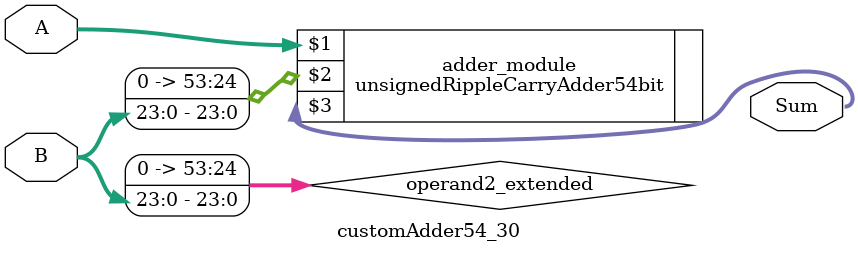
<source format=v>
module customAdder54_30(
                        input [53 : 0] A,
                        input [23 : 0] B,
                        
                        output [54 : 0] Sum
                );

        wire [53 : 0] operand2_extended;
        
        assign operand2_extended =  {30'b0, B};
        
        unsignedRippleCarryAdder54bit adder_module(
            A,
            operand2_extended,
            Sum
        );
        
        endmodule
        
</source>
